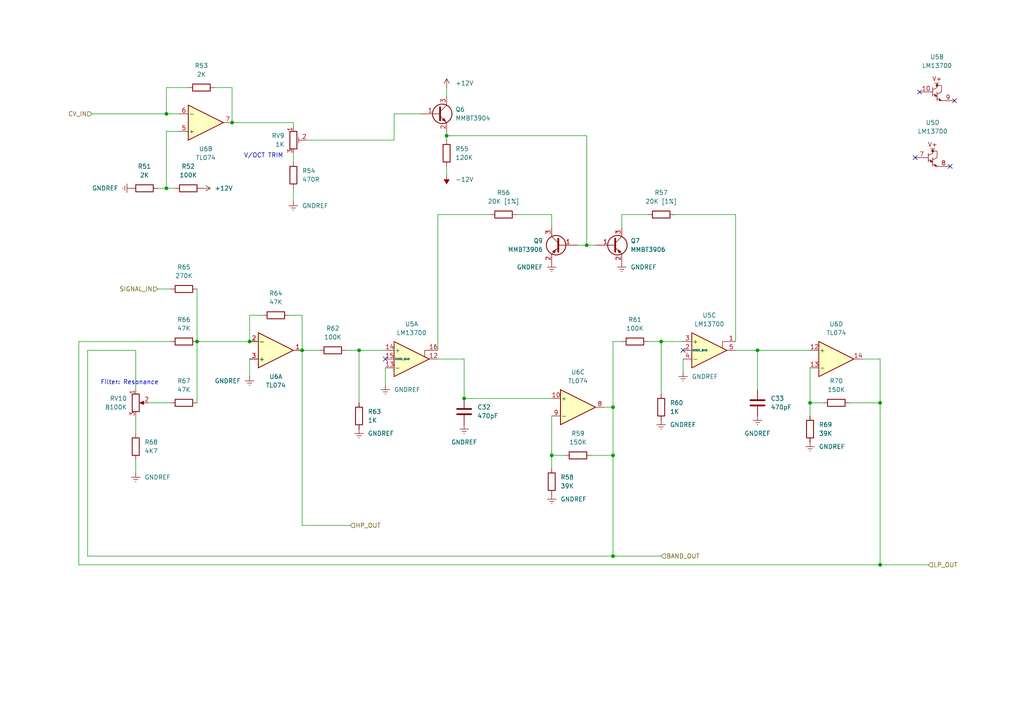
<source format=kicad_sch>
(kicad_sch (version 20231120) (generator "eeschema") (generator_version "8.0")
  (paper "A4")
  (lib_symbols
    (symbol "Amplifier_Operational:LM13700" (pin_names (offset 0.127))
      (property "Reference" "U" (at 3.81 5.08 0))
      (property "Value" "LM13700" (at 5.08 -5.08 0))
      (symbol "LM13700_1_1"
        (polyline (pts (xy 3.81 -0.635) (xy 3.81 -2.54) (xy 5.08 -2.54)))
        (polyline (pts (xy 5.08 0) (xy -5.08 -5.08) (xy -5.08 5.08) (xy 5.08 0)) (stroke (width 0.254)) (fill (type background)))
        (pin output line (at 7.62 0 180) (length 2.54) (name "~") (number "12"))
        (pin input line (at -7.62 2.54 0) (length 2.54) (name "-") (number "13"))
        (pin input line (at -7.62 -2.54 0) (length 2.54) (name "+") (number "14"))
        (pin input line (at -7.62 0 0) (length 2.54) (name "DIODE_BIAS") (number "15"))
        (pin input line (at 7.62 -2.54 180) (length 2.54) (name "~") (number "16"))
      )
      (symbol "LM13700_2_0"
        (polyline (pts (xy -1.905 2.54) (xy -3.175 2.54)))
      )
      (symbol "LM13700_2_1"
        (circle (center -2.54 1.905) (radius 0.254) (stroke (width 0.254)) (fill (type outline)))
        (polyline (pts (xy -3.81 -0.635) (xy -2.54 -1.27)))
        (polyline (pts (xy -3.81 1.27) (xy -3.81 -1.27)))
        (polyline (pts (xy -2.54 -1.905) (xy -1.27 -2.54)))
        (polyline (pts (xy -2.54 0) (xy -2.54 -2.54)))
        (polyline (pts (xy -3.81 0.635) (xy -2.54 1.27) (xy -2.54 1.905) (xy -2.54 2.54)))
        (polyline (pts (xy -2.54 -1.27) (xy -3.175 -0.635) (xy -3.175 -1.27) (xy -2.54 -1.27)) (fill (type outline)))
        (polyline (pts (xy -2.54 -0.635) (xy -1.27 0) (xy -1.27 1.905) (xy -2.54 1.905)))
        (polyline (pts (xy -1.27 -2.54) (xy -1.905 -1.905) (xy -1.905 -2.54) (xy -1.27 -2.54)) (fill (type outline)))
        (text "V+" (at -2.54 3.81 0) (effects (font (size 1.27 1.27))))
        (pin input line (at -7.62 0 0) (length 3.81) (name "~") (number "10"))
        (pin output line (at 2.54 -2.54 180) (length 3.81) (name "~") (number "9"))
      )
      (symbol "LM13700_3_1"
        (polyline (pts (xy 3.81 -0.635) (xy 3.81 -2.54) (xy 5.08 -2.54)))
        (polyline (pts (xy 5.08 0) (xy -5.08 -5.08) (xy -5.08 5.08) (xy 5.08 0)) (stroke (width 0.254)) (fill (type background)))
        (pin input line (at 7.62 -2.54 180) (length 2.54) (name "~") (number "1"))
        (pin input line (at -7.62 0 0) (length 2.54) (name "DIODE_BIAS") (number "2"))
        (pin input line (at -7.62 -2.54 0) (length 2.54) (name "+") (number "3"))
        (pin input line (at -7.62 2.54 0) (length 2.54) (name "-") (number "4"))
        (pin output line (at 7.62 0 180) (length 2.54) (name "~") (number "5"))
      )
      (symbol "LM13700_4_0"
        (polyline (pts (xy -3.175 2.54) (xy -1.905 2.54)))
        (text "V+" (at -2.54 3.81 0) (effects (font (size 1.27 1.27))))
      )
      (symbol "LM13700_4_1"
        (circle (center -2.54 1.905) (radius 0.254) (stroke (width 0.254)) (fill (type outline)))
        (polyline (pts (xy -3.81 -0.635) (xy -2.54 -1.27)))
        (polyline (pts (xy -3.81 1.27) (xy -3.81 -1.27)))
        (polyline (pts (xy -2.54 -1.905) (xy -1.27 -2.54)))
        (polyline (pts (xy -2.54 0) (xy -2.54 -2.54)))
        (polyline (pts (xy -3.81 0.635) (xy -2.54 1.27) (xy -2.54 2.54)))
        (polyline (pts (xy -2.54 -1.27) (xy -3.175 -0.635) (xy -3.175 -1.27) (xy -2.54 -1.27)) (fill (type outline)))
        (polyline (pts (xy -2.54 -0.635) (xy -1.27 0) (xy -1.27 1.905) (xy -2.54 1.905)))
        (polyline (pts (xy -1.27 -2.54) (xy -1.905 -1.905) (xy -1.905 -2.54) (xy -1.27 -2.54)) (fill (type outline)))
        (pin input line (at -7.62 0 0) (length 3.81) (name "~") (number "7"))
        (pin output line (at 2.54 -2.54 180) (length 3.81) (name "~") (number "8"))
      )
      (symbol "LM13700_5_1"
        (pin power_in line (at -2.54 7.62 270) (length 3.81) (name "V+") (number "11"))
        (pin power_in line (at -2.54 -7.62 90) (length 3.81) (name "V-") (number "6"))
      )
    )
    (symbol "Amplifier_Operational:TL074" (pin_names (offset 0.127))
      (property "Reference" "U" (at 0 5.08 0))
      (property "Value" "TL074" (at 0 -5.08 0))
      (symbol "TL074_1_1"
        (polyline (pts (xy -5.08 5.08) (xy 5.08 0) (xy -5.08 -5.08) (xy -5.08 5.08)) (stroke (width 0.254)) (fill (type background)))
        (pin output line (at 7.62 0 180) (length 2.54) (name "~") (number "1"))
        (pin input line (at -7.62 -2.54 0) (length 2.54) (name "-") (number "2"))
        (pin input line (at -7.62 2.54 0) (length 2.54) (name "+") (number "3"))
      )
      (symbol "TL074_2_1"
        (polyline (pts (xy -5.08 5.08) (xy 5.08 0) (xy -5.08 -5.08) (xy -5.08 5.08)) (stroke (width 0.254)) (fill (type background)))
        (pin input line (at -7.62 2.54 0) (length 2.54) (name "+") (number "5"))
        (pin input line (at -7.62 -2.54 0) (length 2.54) (name "-") (number "6"))
        (pin output line (at 7.62 0 180) (length 2.54) (name "~") (number "7"))
      )
      (symbol "TL074_3_1"
        (polyline (pts (xy -5.08 5.08) (xy 5.08 0) (xy -5.08 -5.08) (xy -5.08 5.08)) (stroke (width 0.254)) (fill (type background)))
        (pin input line (at -7.62 2.54 0) (length 2.54) (name "+") (number "10"))
        (pin output line (at 7.62 0 180) (length 2.54) (name "~") (number "8"))
        (pin input line (at -7.62 -2.54 0) (length 2.54) (name "-") (number "9"))
      )
      (symbol "TL074_4_1"
        (polyline (pts (xy -5.08 5.08) (xy 5.08 0) (xy -5.08 -5.08) (xy -5.08 5.08)) (stroke (width 0.254)) (fill (type background)))
        (pin input line (at -7.62 2.54 0) (length 2.54) (name "+") (number "12"))
        (pin input line (at -7.62 -2.54 0) (length 2.54) (name "-") (number "13"))
        (pin output line (at 7.62 0 180) (length 2.54) (name "~") (number "14"))
      )
      (symbol "TL074_5_1"
        (pin power_in line (at -2.54 -7.62 90) (length 3.81) (name "V-") (number "11"))
        (pin power_in line (at -2.54 7.62 270) (length 3.81) (name "V+") (number "4"))
      )
    )
    (symbol "Transistor_BJT:MMBT3904" (pin_names (offset 0) hide)
      (property "Reference" "Q" (at 5.08 1.905 0))
      (property "Value" "MMBT3904" (at 5.08 0 0))
      (symbol "MMBT3904_0_1"
        (polyline (pts (xy 0.635 0.635) (xy 2.54 2.54)))
        (polyline (pts (xy 0.635 -0.635) (xy 2.54 -2.54) (xy 2.54 -2.54)))
        (polyline (pts (xy 0.635 1.905) (xy 0.635 -1.905) (xy 0.635 -1.905)) (stroke (width 0.508)))
        (polyline (pts (xy 1.27 -1.778) (xy 1.778 -1.27) (xy 2.286 -2.286) (xy 1.27 -1.778) (xy 1.27 -1.778)) (fill (type outline)))
        (circle (center 1.27 0) (radius 2.8194) (stroke (width 0.254)))
      )
      (symbol "MMBT3904_1_1"
        (pin input line (at -5.08 0 0) (length 5.715) (name "B") (number "1"))
        (pin passive line (at 2.54 -5.08 90) (length 2.54) (name "E") (number "2"))
        (pin passive line (at 2.54 5.08 270) (length 2.54) (name "C") (number "3"))
      )
    )
    (symbol "Transistor_BJT:MMBT3906" (pin_names (offset 0) hide)
      (property "Reference" "Q" (at 5.08 1.905 0))
      (property "Value" "MMBT3906" (at 5.08 0 0))
      (symbol "MMBT3906_0_1"
        (polyline (pts (xy 0.635 0.635) (xy 2.54 2.54)))
        (polyline (pts (xy 0.635 -0.635) (xy 2.54 -2.54) (xy 2.54 -2.54)))
        (polyline (pts (xy 0.635 1.905) (xy 0.635 -1.905) (xy 0.635 -1.905)) (stroke (width 0.508)))
        (polyline (pts (xy 2.286 -1.778) (xy 1.778 -2.286) (xy 1.27 -1.27) (xy 2.286 -1.778) (xy 2.286 -1.778)) (fill (type outline)))
        (circle (center 1.27 0) (radius 2.8194) (stroke (width 0.254)))
      )
      (symbol "MMBT3906_1_1"
        (pin input line (at -5.08 0 0) (length 5.715) (name "B") (number "1"))
        (pin passive line (at 2.54 -5.08 90) (length 2.54) (name "E") (number "2"))
        (pin passive line (at 2.54 5.08 270) (length 2.54) (name "C") (number "3"))
      )
    )
    (symbol "power:+12V" (power) (pin_numbers hide) (pin_names (offset 0) hide)
      (property "Value" "+12V" (at 0 3.556 0))
      (symbol "+12V_0_1"
        (polyline (pts (xy -0.762 1.27) (xy 0 2.54)))
        (polyline (pts (xy 0 0) (xy 0 2.54)))
        (polyline (pts (xy 0 2.54) (xy 0.762 1.27)))
      )
      (symbol "+12V_1_1"
        (pin power_in line (at 0 0 90) (length 0) (name "~") (number "1"))
      )
    )
    (symbol "power:-12V" (power) (pin_numbers hide) (pin_names (offset 0) hide)
      (property "Value" "-12V" (at 0 3.556 0))
      (symbol "-12V_0_0"
        (pin power_in line (at 0 0 90) (length 0) (name "~") (number "1"))
      )
      (symbol "-12V_0_1"
        (polyline (pts (xy 0 0) (xy 0 1.27) (xy 0.762 1.27) (xy 0 2.54) (xy -0.762 1.27) (xy 0 1.27)) (fill (type outline)))
      )
    )
    (symbol "power:GNDREF" (power) (pin_numbers hide) (pin_names (offset 0) hide)
      (property "Value" "GNDREF" (at 0 -3.81 0))
      (symbol "GNDREF_0_1"
        (polyline (pts (xy -0.635 -1.905) (xy 0.635 -1.905)))
        (polyline (pts (xy -0.127 -2.54) (xy 0.127 -2.54)))
        (polyline (pts (xy 0 -1.27) (xy 0 0)))
        (polyline (pts (xy 1.27 -1.27) (xy -1.27 -1.27)))
      )
      (symbol "GNDREF_1_1"
        (pin power_in line (at 0 0 270) (length 0) (name "~") (number "1"))
      )
    )
    (symbol "synth:C_sm (MKS)" (pin_numbers hide) (pin_names (offset 0.254))
      (property "Reference" "C" (at 2.794 1.27 0))
      (property "Value" "C_sm (MKS)" (at 2.794 -1.016 0))
      (symbol "C_sm (MKS)_0_1"
        (polyline (pts (xy -2.032 -0.762) (xy 2.032 -0.762)) (stroke (width 0.508)))
        (polyline (pts (xy -2.032 0.762) (xy 2.032 0.762)) (stroke (width 0.508)))
      )
      (symbol "C_sm (MKS)_1_1"
        (pin passive line (at 0 3.81 270) (length 2.794) (name "~") (number "1"))
        (pin passive line (at 0 -3.81 90) (length 2.794) (name "~") (number "2"))
      )
    )
    (symbol "synth:R_Default" (pin_numbers hide) (pin_names (offset 0))
      (property "Reference" "R" (at -2.032 0 90))
      (property "Value" "R1" (at 2.032 0 90))
      (symbol "R_Default_0_1"
        (rectangle (start 1.016 -2.54) (end -1.016 2.54) (stroke (width 0.254)))
      )
      (symbol "R_Default_1_1"
        (pin passive line (at 0 -3.81 90) (length 1.27) (name "~") (number "1"))
        (pin passive line (at 0 3.81 270) (length 1.27) (name "~") (number "2"))
      )
    )
    (symbol "synth:R_Potentiometer (P0915N)" (pin_names (offset 1.016) hide)
      (property "Reference" "RV" (at -4.445 0 90))
      (property "Value" "R_Potentiometer" (at -2.54 0 90))
      (symbol "R_Potentiometer (P0915N)_0_1"
        (rectangle (start -1.016 2.54) (end 1.016 -2.54) (stroke (width 0.254)))
        (polyline (pts (xy 2.54 0) (xy 1.524 0)))
        (polyline (pts (xy 1.143 0) (xy 2.286 0.508) (xy 2.286 -0.508) (xy 1.143 0)) (fill (type outline)))
      )
      (symbol "R_Potentiometer (P0915N)_1_1"
        (pin passive line (at 0 3.81 270) (length 1.27) (name "1") (number "1"))
        (pin passive line (at 3.81 0 180) (length 1.27) (name "2") (number "2"))
        (pin passive line (at 0 -3.81 90) (length 1.27) (name "3") (number "3"))
      )
    )
    (symbol "synth:R_Potentiometer_Trim (Bourns)" (pin_names (offset 1.016) hide)
      (property "Reference" "RV" (at -4.445 0 90))
      (property "Value" "R_Potentiometer_Trim (Bourns)" (at -2.54 0 90))
      (symbol "R_Potentiometer_Trim (Bourns)_0_1"
        (polyline (pts (xy 1.524 0.762) (xy 1.524 -0.762)))
        (polyline (pts (xy 2.54 0) (xy 1.524 0)))
        (rectangle (start 1.016 2.54) (end -1.016 -2.54) (stroke (width 0.254)))
      )
      (symbol "R_Potentiometer_Trim (Bourns)_1_1"
        (pin passive line (at 0 3.81 270) (length 1.27) (name "1") (number "1"))
        (pin passive line (at 3.81 0 180) (length 1.27) (name "2") (number "2"))
        (pin passive line (at 0 -3.81 90) (length 1.27) (name "3") (number "3"))
      )
    )
  )
  (junction (at 170.18 71.12))
  (junction (at 48.26 54.61))
  (junction (at 191.77 99.06))
  (junction (at 67.31 35.56))
  (junction (at 57.15 99.06))
  (junction (at 87.63 101.6))
  (junction (at 177.8 161.29))
  (junction (at 177.8 132.08))
  (junction (at 104.14 101.6))
  (junction (at 177.8 118.11))
  (junction (at 255.27 163.83))
  (junction (at 255.27 116.84))
  (junction (at 219.71 101.6))
  (junction (at 129.54 39.37))
  (junction (at 72.39 99.06))
  (junction (at 48.26 33.02))
  (junction (at 234.95 116.84))
  (junction (at 160.02 132.08))
  (junction (at 134.62 115.57))
  (no_connect (at 276.86 29.21))
  (no_connect (at 265.43 45.72))
  (no_connect (at 275.59 48.26))
  (no_connect (at 266.7 26.67))
  (no_connect (at 111.76 104.14))
  (no_connect (at 198.12 101.6))
  (wire (pts (xy 101.6 152.4) (xy 87.63 152.4)))
  (wire (pts (xy 111.76 111.76) (xy 111.76 106.68)))
  (wire (pts (xy 170.18 39.37) (xy 129.54 39.37)))
  (wire (pts (xy 234.95 106.68) (xy 234.95 116.84)))
  (wire (pts (xy 48.26 54.61) (xy 50.8 54.61)))
  (wire (pts (xy 25.4 101.6) (xy 39.37 101.6)))
  (wire (pts (xy 177.8 161.29) (xy 25.4 161.29)))
  (wire (pts (xy 127 104.14) (xy 134.62 104.14)))
  (wire (pts (xy 57.15 99.06) (xy 72.39 99.06)))
  (wire (pts (xy 25.4 161.29) (xy 25.4 101.6)))
  (wire (pts (xy 39.37 133.35) (xy 39.37 137.16)))
  (wire (pts (xy 213.36 62.23) (xy 195.58 62.23)))
  (wire (pts (xy 48.26 25.4) (xy 48.26 33.02)))
  (wire (pts (xy 127 62.23) (xy 142.24 62.23)))
  (wire (pts (xy 134.62 104.14) (xy 134.62 115.57)))
  (wire (pts (xy 62.23 25.4) (xy 67.31 25.4)))
  (wire (pts (xy 160.02 132.08) (xy 160.02 120.65)))
  (wire (pts (xy 129.54 25.4) (xy 129.54 27.94)))
  (wire (pts (xy 177.8 132.08) (xy 177.8 118.11)))
  (wire (pts (xy 127 101.6) (xy 127 62.23)))
  (wire (pts (xy 48.26 38.1) (xy 48.26 54.61)))
  (wire (pts (xy 22.86 163.83) (xy 22.86 99.06)))
  (wire (pts (xy 134.62 115.57) (xy 160.02 115.57)))
  (wire (pts (xy 114.3 40.64) (xy 114.3 33.02)))
  (wire (pts (xy 129.54 39.37) (xy 129.54 38.1)))
  (wire (pts (xy 191.77 114.3) (xy 191.77 99.06)))
  (wire (pts (xy 104.14 101.6) (xy 111.76 101.6)))
  (wire (pts (xy 170.18 71.12) (xy 172.72 71.12)))
  (wire (pts (xy 57.15 83.82) (xy 57.15 99.06)))
  (wire (pts (xy 67.31 25.4) (xy 67.31 35.56)))
  (wire (pts (xy 54.61 25.4) (xy 48.26 25.4)))
  (wire (pts (xy 39.37 125.73) (xy 39.37 120.65)))
  (wire (pts (xy 163.83 132.08) (xy 160.02 132.08)))
  (wire (pts (xy 255.27 163.83) (xy 255.27 116.84)))
  (wire (pts (xy 187.96 99.06) (xy 191.77 99.06)))
  (wire (pts (xy 39.37 101.6) (xy 39.37 113.03)))
  (wire (pts (xy 100.33 101.6) (xy 104.14 101.6)))
  (wire (pts (xy 85.09 35.56) (xy 67.31 35.56)))
  (wire (pts (xy 72.39 91.44) (xy 72.39 99.06)))
  (wire (pts (xy 88.9 40.64) (xy 114.3 40.64)))
  (wire (pts (xy 250.19 104.14) (xy 255.27 104.14)))
  (wire (pts (xy 87.63 91.44) (xy 87.63 101.6)))
  (wire (pts (xy 45.72 54.61) (xy 48.26 54.61)))
  (wire (pts (xy 48.26 33.02) (xy 52.07 33.02)))
  (wire (pts (xy 269.24 163.83) (xy 255.27 163.83)))
  (wire (pts (xy 87.63 152.4) (xy 87.63 101.6)))
  (wire (pts (xy 255.27 104.14) (xy 255.27 116.84)))
  (wire (pts (xy 85.09 35.56) (xy 85.09 36.83)))
  (wire (pts (xy 238.76 116.84) (xy 234.95 116.84)))
  (wire (pts (xy 191.77 161.29) (xy 177.8 161.29)))
  (wire (pts (xy 180.34 99.06) (xy 177.8 99.06)))
  (wire (pts (xy 177.8 132.08) (xy 177.8 161.29)))
  (wire (pts (xy 85.09 58.42) (xy 85.09 54.61)))
  (wire (pts (xy 43.18 116.84) (xy 49.53 116.84)))
  (wire (pts (xy 87.63 101.6) (xy 92.71 101.6)))
  (wire (pts (xy 219.71 101.6) (xy 213.36 101.6)))
  (wire (pts (xy 104.14 116.84) (xy 104.14 101.6)))
  (wire (pts (xy 22.86 99.06) (xy 49.53 99.06)))
  (wire (pts (xy 187.96 62.23) (xy 180.34 62.23)))
  (wire (pts (xy 234.95 120.65) (xy 234.95 116.84)))
  (wire (pts (xy 171.45 132.08) (xy 177.8 132.08)))
  (wire (pts (xy 160.02 135.89) (xy 160.02 132.08)))
  (wire (pts (xy 26.67 33.02) (xy 48.26 33.02)))
  (wire (pts (xy 255.27 116.84) (xy 246.38 116.84)))
  (wire (pts (xy 83.82 91.44) (xy 87.63 91.44)))
  (wire (pts (xy 52.07 38.1) (xy 48.26 38.1)))
  (wire (pts (xy 167.64 71.12) (xy 170.18 71.12)))
  (wire (pts (xy 45.72 83.82) (xy 49.53 83.82)))
  (wire (pts (xy 219.71 113.03) (xy 219.71 101.6)))
  (wire (pts (xy 213.36 99.06) (xy 213.36 62.23)))
  (wire (pts (xy 129.54 50.8) (xy 129.54 48.26)))
  (wire (pts (xy 149.86 62.23) (xy 160.02 62.23)))
  (wire (pts (xy 72.39 91.44) (xy 76.2 91.44)))
  (wire (pts (xy 57.15 99.06) (xy 57.15 116.84)))
  (wire (pts (xy 198.12 107.95) (xy 198.12 104.14)))
  (wire (pts (xy 114.3 33.02) (xy 121.92 33.02)))
  (wire (pts (xy 160.02 62.23) (xy 160.02 66.04)))
  (wire (pts (xy 72.39 109.22) (xy 72.39 104.14)))
  (wire (pts (xy 180.34 62.23) (xy 180.34 66.04)))
  (wire (pts (xy 255.27 163.83) (xy 22.86 163.83)))
  (wire (pts (xy 85.09 46.99) (xy 85.09 44.45)))
  (wire (pts (xy 219.71 101.6) (xy 234.95 101.6)))
  (wire (pts (xy 198.12 99.06) (xy 191.77 99.06)))
  (wire (pts (xy 177.8 99.06) (xy 177.8 118.11)))
  (wire (pts (xy 170.18 71.12) (xy 170.18 39.37)))
  (wire (pts (xy 177.8 118.11) (xy 175.26 118.11)))
  (wire (pts (xy 129.54 40.64) (xy 129.54 39.37)))
  (text "Filter: Resonance" (at 37.592 110.998 0) (effects (font (size 1.27 1.27))))
  (text "V/OCT TRIM" (at 76.454 45.212 0) (effects (font (size 1.27 1.27))))
  (hierarchical_label "LP_OUT" (shape input) (at 269.24 163.83 0))
  (hierarchical_label "BAND_OUT" (shape input) (at 191.77 161.29 0))
  (hierarchical_label "HP_OUT" (shape input) (at 101.6 152.4 0))
  (hierarchical_label "SIGNAL_IN" (shape input) (at 45.72 83.82 180))
  (hierarchical_label "CV_IN" (shape input) (at 26.67 33.02 180))
  (symbol (lib_id "synth:R_Default") (at 234.95 124.46 0) (unit 1)
    (property "Reference" "R69" (at 237.49 123.1899 0) (effects (justify left)))
    (property "Value" "39K" (at 237.49 125.7299 0) (effects (justify left)))
    (property "Footprint" "Synth:R_Default (DIN0207)" (effects (hide yes)))
    (property "Description" "Resistor" (effects (hide yes)))
  )
  (symbol (lib_id "synth:R_Default") (at 41.91 54.61 90) (unit 1)
    (property "Reference" "R51" (at 41.91 48.26 90))
    (property "Value" "2K" (at 41.91 50.8 90))
    (property "Footprint" "Synth:R_Default (DIN0207)" (effects (hide yes)))
    (property "Description" "Resistor" (effects (hide yes)))
  )
  (symbol (lib_id "synth:R_Potentiometer (P0915N)") (at 39.37 116.84 0) (unit 1)
    (property "Reference" "RV10" (at 36.83 115.5699 0) (effects (justify right)))
    (property "Value" "B100K" (at 36.83 118.1099 0) (effects (justify right)))
    (property "Footprint" "Synth:Potentiometer_TT_P0915N" (effects (hide yes)))
    (property "Description" "Potentiometer" (effects (hide yes)))
  )
  (symbol (lib_id "synth:R_Default") (at 184.15 99.06 270) (unit 1)
    (property "Reference" "R61" (at 184.15 92.71 90))
    (property "Value" "100K" (at 184.15 95.25 90))
    (property "Footprint" "Synth:R_Default (DIN0207)" (effects (hide yes)))
    (property "Description" "Resistor" (effects (hide yes)))
  )
  (symbol (lib_id "synth:R_Default") (at 54.61 54.61 90) (unit 1)
    (property "Reference" "R52" (at 54.61 48.26 90))
    (property "Value" "100K" (at 54.61 50.8 90))
    (property "Footprint" "Synth:R_Default (DIN0207)" (effects (hide yes)))
    (property "Description" "Resistor" (effects (hide yes)))
  )
  (symbol (lib_id "Amplifier_Operational:LM13700") (at 205.74 101.6 0) (mirror x) (unit 3)
    (property "Reference" "U5" (at 205.74 91.44 0))
    (property "Value" "LM13700" (at 205.74 93.98 0))
    (property "Footprint" "Package_DIP:DIP-16_W7.62mm_Socket_LongPads" (effects (hide yes)))
    (property "Datasheet" "http://www.ti.com/lit/ds/symlink/lm13700.pdf" (effects (hide yes)))
    (property "Description" "Dual Operational Transconductance Amplifiers with Linearizing Diodes and Buffers, DIP-16/SOIC-16" (effects (hide yes)))
  )
  (symbol (lib_id "synth:R_Default") (at 53.34 99.06 270) (unit 1)
    (property "Reference" "R66" (at 53.34 92.71 90))
    (property "Value" "47K" (at 53.34 95.25 90))
    (property "Footprint" "Synth:R_Default (DIN0207)" (effects (hide yes)))
    (property "Description" "Resistor" (effects (hide yes)))
  )
  (symbol (lib_id "Amplifier_Operational:LM13700") (at 273.05 45.72 0) (unit 4)
    (property "Reference" "U5" (at 270.51 35.56 0))
    (property "Value" "LM13700" (at 270.51 38.1 0))
    (property "Footprint" "Package_DIP:DIP-16_W7.62mm_Socket_LongPads" (effects (hide yes)))
    (property "Datasheet" "http://www.ti.com/lit/ds/symlink/lm13700.pdf" (effects (hide yes)))
    (property "Description" "Dual Operational Transconductance Amplifiers with Linearizing Diodes and Buffers, DIP-16/SOIC-16" (effects (hide yes)))
  )
  (symbol (lib_id "synth:R_Default") (at 129.54 44.45 180) (unit 1)
    (property "Reference" "R55" (at 132.08 43.1799 0) (effects (justify right)))
    (property "Value" "120K" (at 132.08 45.7199 0) (effects (justify right)))
    (property "Footprint" "Synth:R_Default (DIN0207)" (effects (hide yes)))
    (property "Description" "Resistor" (effects (hide yes)))
  )
  (symbol (lib_id "power:-12V") (at 129.54 50.8 180) (unit 1)
    (property "Reference" "#PWR078" (effects (hide yes)))
    (property "Value" "-12V" (at 132.08 52.0699 0) (effects (justify right)))
    (property "Description" "Power symbol creates a global label with name \"-12V\"" (effects (hide yes)))
  )
  (symbol (lib_id "Amplifier_Operational:TL074") (at 80.01 101.6 0) (mirror x) (unit 1)
    (property "Reference" "U6" (at 80.01 109.22 0))
    (property "Value" "TL074" (at 80.01 111.76 0))
    (property "Footprint" "Package_DIP:DIP-14_W7.62mm_Socket_LongPads" (effects (hide yes)))
    (property "Datasheet" "http://www.ti.com/lit/ds/symlink/tl071.pdf" (effects (hide yes)))
    (property "Description" "Quad Low-Noise JFET-Input Operational Amplifiers, DIP-14/SOIC-14" (effects (hide yes)))
  )
  (symbol (lib_id "synth:R_Default") (at 53.34 83.82 270) (unit 1)
    (property "Reference" "R65" (at 53.34 77.47 90))
    (property "Value" "270K" (at 53.34 80.01 90))
    (property "Footprint" "Synth:R_Default (DIN0207)" (effects (hide yes)))
    (property "Description" "Resistor" (effects (hide yes)))
  )
  (symbol (lib_id "synth:R_Default") (at 160.02 139.7 0) (unit 1)
    (property "Reference" "R58" (at 162.56 138.4299 0) (effects (justify left)))
    (property "Value" "39K" (at 162.56 140.9699 0) (effects (justify left)))
    (property "Footprint" "Synth:R_Default (DIN0207)" (effects (hide yes)))
    (property "Description" "Resistor" (effects (hide yes)))
  )
  (symbol (lib_id "synth:R_Default") (at 146.05 62.23 270) (unit 1)
    (property "Reference" "R56" (at 146.05 55.88 90))
    (property "Value" "20K [1%]" (at 146.05 58.42 90))
    (property "Footprint" "Synth:R_Default (DIN0207)" (effects (hide yes)))
    (property "Description" "Resistor" (effects (hide yes)))
  )
  (symbol (lib_id "power:GNDREF") (at 160.02 76.2 0) (unit 1)
    (property "Reference" "#PWR080" (effects (hide yes)))
    (property "Value" "GNDREF" (at 157.48 77.4699 0) (effects (justify right)))
    (property "Description" "Power symbol creates a global label with name \"GNDREF\" , reference supply ground" (effects (hide yes)))
  )
  (symbol (lib_id "power:GNDREF") (at 198.12 107.95 0) (unit 1)
    (property "Reference" "#PWR082" (effects (hide yes)))
    (property "Value" "GNDREF" (at 200.66 109.2199 0) (effects (justify left)))
    (property "Description" "Power symbol creates a global label with name \"GNDREF\" , reference supply ground" (effects (hide yes)))
  )
  (symbol (lib_id "synth:R_Default") (at 96.52 101.6 270) (unit 1)
    (property "Reference" "R62" (at 96.52 95.25 90))
    (property "Value" "100K" (at 96.52 97.79 90))
    (property "Footprint" "Synth:R_Default (DIN0207)" (effects (hide yes)))
    (property "Description" "Resistor" (effects (hide yes)))
  )
  (symbol (lib_id "power:GNDREF") (at 111.76 111.76 0) (unit 1)
    (property "Reference" "#PWR083" (effects (hide yes)))
    (property "Value" "GNDREF" (at 114.3 113.0299 0) (effects (justify left)))
    (property "Description" "Power symbol creates a global label with name \"GNDREF\" , reference supply ground" (effects (hide yes)))
  )
  (symbol (lib_id "synth:C_sm (MKS)") (at 219.71 116.84 0) (unit 1)
    (property "Reference" "C33" (at 223.52 115.5699 0) (effects (justify left)))
    (property "Value" "470pF" (at 223.52 118.1099 0) (effects (justify left)))
    (property "Footprint" "Synth:C_RECT_WIMA_0.1uF" (effects (hide yes)))
    (property "Description" "Unpolarized capacitor" (effects (hide yes)))
  )
  (symbol (lib_id "synth:R_Potentiometer_Trim (Bourns)") (at 85.09 40.64 0) (unit 1)
    (property "Reference" "RV9" (at 82.55 39.3699 0) (effects (justify right)))
    (property "Value" "1K" (at 82.55 41.9099 0) (effects (justify right)))
    (property "Footprint" "Synth:Potentiometer_Bourns_3296W_Vertical" (effects (hide yes)))
    (property "Description" "Trim-potentiometer" (effects (hide yes)))
  )
  (symbol (lib_id "synth:R_Default") (at 104.14 120.65 180) (unit 1)
    (property "Reference" "R63" (at 106.68 119.3799 0) (effects (justify right)))
    (property "Value" "1K" (at 106.68 121.9199 0) (effects (justify right)))
    (property "Footprint" "Synth:R_Default (DIN0207)" (effects (hide yes)))
    (property "Description" "Resistor" (effects (hide yes)))
  )
  (symbol (lib_id "synth:C_sm (MKS)") (at 134.62 119.38 0) (unit 1)
    (property "Reference" "C32" (at 138.43 118.1099 0) (effects (justify left)))
    (property "Value" "470pF" (at 138.43 120.6499 0) (effects (justify left)))
    (property "Footprint" "Synth:C_RECT_WIMA_0.1uF" (effects (hide yes)))
    (property "Description" "Unpolarized capacitor" (effects (hide yes)))
  )
  (symbol (lib_id "synth:R_Default") (at 53.34 116.84 270) (unit 1)
    (property "Reference" "R67" (at 53.34 110.49 90))
    (property "Value" "47K" (at 53.34 113.03 90))
    (property "Footprint" "Synth:R_Default (DIN0207)" (effects (hide yes)))
    (property "Description" "Resistor" (effects (hide yes)))
  )
  (symbol (lib_id "power:GNDREF") (at 134.62 123.19 0) (unit 1)
    (property "Reference" "#PWR084" (effects (hide yes)))
    (property "Value" "GNDREF" (at 134.62 128.27 0))
    (property "Description" "Power symbol creates a global label with name \"GNDREF\" , reference supply ground" (effects (hide yes)))
  )
  (symbol (lib_id "Amplifier_Operational:LM13700") (at 274.32 26.67 0) (unit 2)
    (property "Reference" "U5" (at 271.78 16.51 0))
    (property "Value" "LM13700" (at 271.78 19.05 0))
    (property "Footprint" "Package_DIP:DIP-16_W7.62mm_Socket_LongPads" (effects (hide yes)))
    (property "Datasheet" "http://www.ti.com/lit/ds/symlink/lm13700.pdf" (effects (hide yes)))
    (property "Description" "Dual Operational Transconductance Amplifiers with Linearizing Diodes and Buffers, DIP-16/SOIC-16" (effects (hide yes)))
  )
  (symbol (lib_id "synth:R_Default") (at 39.37 129.54 0) (unit 1)
    (property "Reference" "R68" (at 41.91 128.2699 0) (effects (justify left)))
    (property "Value" "4K7" (at 41.91 130.8099 0) (effects (justify left)))
    (property "Footprint" "Synth:R_Default (DIN0207)" (effects (hide yes)))
    (property "Description" "Resistor" (effects (hide yes)))
  )
  (symbol (lib_id "power:GNDREF") (at 72.39 109.22 0) (unit 1)
    (property "Reference" "#PWR088" (effects (hide yes)))
    (property "Value" "GNDREF" (at 69.85 110.4899 0) (effects (justify right)))
    (property "Description" "Power symbol creates a global label with name \"GNDREF\" , reference supply ground" (effects (hide yes)))
  )
  (symbol (lib_id "power:GNDREF") (at 39.37 137.16 0) (unit 1)
    (property "Reference" "#PWR089" (effects (hide yes)))
    (property "Value" "GNDREF" (at 41.91 138.4299 0) (effects (justify left)))
    (property "Description" "Power symbol creates a global label with name \"GNDREF\" , reference supply ground" (effects (hide yes)))
  )
  (symbol (lib_id "power:+12V") (at 129.54 25.4 0) (unit 1)
    (property "Reference" "#PWR079" (effects (hide yes)))
    (property "Value" "+12V" (at 132.08 24.1299 0) (effects (justify left)))
    (property "Description" "Power symbol creates a global label with name \"+12V\"" (effects (hide yes)))
  )
  (symbol (lib_id "synth:R_Default") (at 80.01 91.44 270) (unit 1)
    (property "Reference" "R64" (at 80.01 85.09 90))
    (property "Value" "47K" (at 80.01 87.63 90))
    (property "Footprint" "Synth:R_Default (DIN0207)" (effects (hide yes)))
    (property "Description" "Resistor" (effects (hide yes)))
  )
  (symbol (lib_id "synth:R_Default") (at 167.64 132.08 90) (unit 1)
    (property "Reference" "R59" (at 167.64 125.73 90))
    (property "Value" "150K" (at 167.64 128.27 90))
    (property "Footprint" "Synth:R_Default (DIN0207)" (effects (hide yes)))
    (property "Description" "Resistor" (effects (hide yes)))
  )
  (symbol (lib_id "power:GNDREF") (at 191.77 121.92 0) (unit 1)
    (property "Reference" "#PWR086" (effects (hide yes)))
    (property "Value" "GNDREF" (at 194.31 123.1899 0) (effects (justify left)))
    (property "Description" "Power symbol creates a global label with name \"GNDREF\" , reference supply ground" (effects (hide yes)))
  )
  (symbol (lib_id "synth:R_Default") (at 191.77 62.23 270) (unit 1)
    (property "Reference" "R57" (at 191.77 55.88 90))
    (property "Value" "20K [1%]" (at 191.77 58.42 90))
    (property "Footprint" "Synth:R_Default (DIN0207)" (effects (hide yes)))
    (property "Description" "Resistor" (effects (hide yes)))
  )
  (symbol (lib_id "power:GNDREF") (at 180.34 76.2 0) (unit 1)
    (property "Reference" "#PWR081" (effects (hide yes)))
    (property "Value" "GNDREF" (at 182.88 77.4699 0) (effects (justify left)))
    (property "Description" "Power symbol creates a global label with name \"GNDREF\" , reference supply ground" (effects (hide yes)))
  )
  (symbol (lib_id "synth:R_Default") (at 191.77 118.11 180) (unit 1)
    (property "Reference" "R60" (at 194.31 116.8399 0) (effects (justify right)))
    (property "Value" "1K" (at 194.31 119.3799 0) (effects (justify right)))
    (property "Footprint" "Synth:R_Default (DIN0207)" (effects (hide yes)))
    (property "Description" "Resistor" (effects (hide yes)))
  )
  (symbol (lib_id "Transistor_BJT:MMBT3906") (at 162.56 71.12 0) (mirror y) (unit 1)
    (property "Reference" "Q9" (at 157.48 69.8499 0) (effects (justify left)))
    (property "Value" "MMBT3906" (at 157.48 72.3899 0) (effects (justify left)))
    (property "Footprint" "Package_TO_SOT_SMD:SOT-23" (effects (hide yes)))
    (property "Datasheet" "https://www.onsemi.com/pdf/datasheet/pzt3906-d.pdf" (effects (hide yes)))
    (property "Description" "-0.2A Ic, -40V Vce, Small Signal PNP Transistor, SOT-23" (effects (hide yes)))
  )
  (symbol (lib_id "Amplifier_Operational:LM13700") (at 119.38 104.14 0) (mirror x) (unit 1)
    (property "Reference" "U5" (at 119.38 93.98 0))
    (property "Value" "LM13700" (at 119.38 96.52 0))
    (property "Footprint" "Package_DIP:DIP-16_W7.62mm_Socket_LongPads" (effects (hide yes)))
    (property "Datasheet" "http://www.ti.com/lit/ds/symlink/lm13700.pdf" (effects (hide yes)))
    (property "Description" "Dual Operational Transconductance Amplifiers with Linearizing Diodes and Buffers, DIP-16/SOIC-16" (effects (hide yes)))
  )
  (symbol (lib_id "synth:R_Default") (at 242.57 116.84 90) (unit 1)
    (property "Reference" "R70" (at 242.57 110.49 90))
    (property "Value" "150K" (at 242.57 113.03 90))
    (property "Footprint" "Synth:R_Default (DIN0207)" (effects (hide yes)))
    (property "Description" "Resistor" (effects (hide yes)))
  )
  (symbol (lib_id "power:GNDREF") (at 104.14 124.46 0) (unit 1)
    (property "Reference" "#PWR087" (effects (hide yes)))
    (property "Value" "GNDREF" (at 106.68 125.7299 0) (effects (justify left)))
    (property "Description" "Power symbol creates a global label with name \"GNDREF\" , reference supply ground" (effects (hide yes)))
  )
  (symbol (lib_id "Amplifier_Operational:TL074") (at 167.64 118.11 0) (unit 3)
    (property "Reference" "U6" (at 167.64 107.95 0))
    (property "Value" "TL074" (at 167.64 110.49 0))
    (property "Footprint" "Package_DIP:DIP-14_W7.62mm_Socket_LongPads" (effects (hide yes)))
    (property "Datasheet" "http://www.ti.com/lit/ds/symlink/tl071.pdf" (effects (hide yes)))
    (property "Description" "Quad Low-Noise JFET-Input Operational Amplifiers, DIP-14/SOIC-14" (effects (hide yes)))
  )
  (symbol (lib_id "synth:R_Default") (at 58.42 25.4 90) (unit 1)
    (property "Reference" "R53" (at 58.42 19.05 90))
    (property "Value" "2K" (at 58.42 21.59 90))
    (property "Footprint" "Synth:R_Default (DIN0207)" (effects (hide yes)))
    (property "Description" "Resistor" (effects (hide yes)))
  )
  (symbol (lib_id "power:GNDREF") (at 38.1 54.61 270) (unit 1)
    (property "Reference" "#PWR075" (effects (hide yes)))
    (property "Value" "GNDREF" (at 34.29 54.6099 90) (effects (justify right)))
    (property "Description" "Power symbol creates a global label with name \"GNDREF\" , reference supply ground" (effects (hide yes)))
  )
  (symbol (lib_id "power:GNDREF") (at 85.09 58.42 0) (unit 1)
    (property "Reference" "#PWR077" (effects (hide yes)))
    (property "Value" "GNDREF" (at 87.63 59.6899 0) (effects (justify left)))
    (property "Description" "Power symbol creates a global label with name \"GNDREF\" , reference supply ground" (effects (hide yes)))
  )
  (symbol (lib_id "power:GNDREF") (at 234.95 128.27 0) (unit 1)
    (property "Reference" "#PWR091" (effects (hide yes)))
    (property "Value" "GNDREF" (at 237.49 129.5399 0) (effects (justify left)))
    (property "Description" "Power symbol creates a global label with name \"GNDREF\" , reference supply ground" (effects (hide yes)))
  )
  (symbol (lib_id "Transistor_BJT:MMBT3904") (at 127 33.02 0) (unit 1)
    (property "Reference" "Q6" (at 132.08 31.7499 0) (effects (justify left)))
    (property "Value" "MMBT3904" (at 132.08 34.2899 0) (effects (justify left)))
    (property "Footprint" "Package_TO_SOT_SMD:SOT-23" (effects (hide yes)))
    (property "Datasheet" "https://www.onsemi.com/pdf/datasheet/pzt3904-d.pdf" (effects (hide yes)))
    (property "Description" "0.2A Ic, 40V Vce, Small Signal NPN Transistor, SOT-23" (effects (hide yes)))
  )
  (symbol (lib_id "synth:R_Default") (at 85.09 50.8 180) (unit 1)
    (property "Reference" "R54" (at 87.63 49.5299 0) (effects (justify right)))
    (property "Value" "470R" (at 87.63 52.0699 0) (effects (justify right)))
    (property "Footprint" "Synth:R_Default (DIN0207)" (effects (hide yes)))
    (property "Description" "Resistor" (effects (hide yes)))
  )
  (symbol (lib_id "power:GNDREF") (at 160.02 143.51 0) (unit 1)
    (property "Reference" "#PWR085" (effects (hide yes)))
    (property "Value" "GNDREF" (at 162.56 144.7799 0) (effects (justify left)))
    (property "Description" "Power symbol creates a global label with name \"GNDREF\" , reference supply ground" (effects (hide yes)))
  )
  (symbol (lib_id "power:GNDREF") (at 219.71 120.65 0) (unit 1)
    (property "Reference" "#PWR090" (effects (hide yes)))
    (property "Value" "GNDREF" (at 219.71 125.73 0))
    (property "Description" "Power symbol creates a global label with name \"GNDREF\" , reference supply ground" (effects (hide yes)))
  )
  (symbol (lib_id "Amplifier_Operational:TL074") (at 59.69 35.56 0) (mirror x) (unit 2)
    (property "Reference" "U6" (at 59.69 43.18 0))
    (property "Value" "TL074" (at 59.69 45.72 0))
    (property "Footprint" "Package_DIP:DIP-14_W7.62mm_Socket_LongPads" (effects (hide yes)))
    (property "Datasheet" "http://www.ti.com/lit/ds/symlink/tl071.pdf" (effects (hide yes)))
    (property "Description" "Quad Low-Noise JFET-Input Operational Amplifiers, DIP-14/SOIC-14" (effects (hide yes)))
  )
  (symbol (lib_id "power:+12V") (at 58.42 54.61 270) (unit 1)
    (property "Reference" "#PWR076" (effects (hide yes)))
    (property "Value" "+12V" (at 62.23 54.6099 90) (effects (justify left)))
    (property "Description" "Power symbol creates a global label with name \"+12V\"" (effects (hide yes)))
  )
  (symbol (lib_id "Transistor_BJT:MMBT3906") (at 177.8 71.12 0) (unit 1)
    (property "Reference" "Q7" (at 182.88 69.8499 0) (effects (justify left)))
    (property "Value" "MMBT3906" (at 182.88 72.3899 0) (effects (justify left)))
    (property "Footprint" "Package_TO_SOT_SMD:SOT-23" (effects (hide yes)))
    (property "Datasheet" "https://www.onsemi.com/pdf/datasheet/pzt3906-d.pdf" (effects (hide yes)))
    (property "Description" "-0.2A Ic, -40V Vce, Small Signal PNP Transistor, SOT-23" (effects (hide yes)))
  )
  (symbol (lib_id "Amplifier_Operational:TL074") (at 242.57 104.14 0) (unit 4)
    (property "Reference" "U6" (at 242.57 93.98 0))
    (property "Value" "TL074" (at 242.57 96.52 0))
    (property "Footprint" "Package_DIP:DIP-14_W7.62mm_Socket_LongPads" (effects (hide yes)))
    (property "Datasheet" "http://www.ti.com/lit/ds/symlink/tl071.pdf" (effects (hide yes)))
    (property "Description" "Quad Low-Noise JFET-Input Operational Amplifiers, DIP-14/SOIC-14" (effects (hide yes)))
  )
)
</source>
